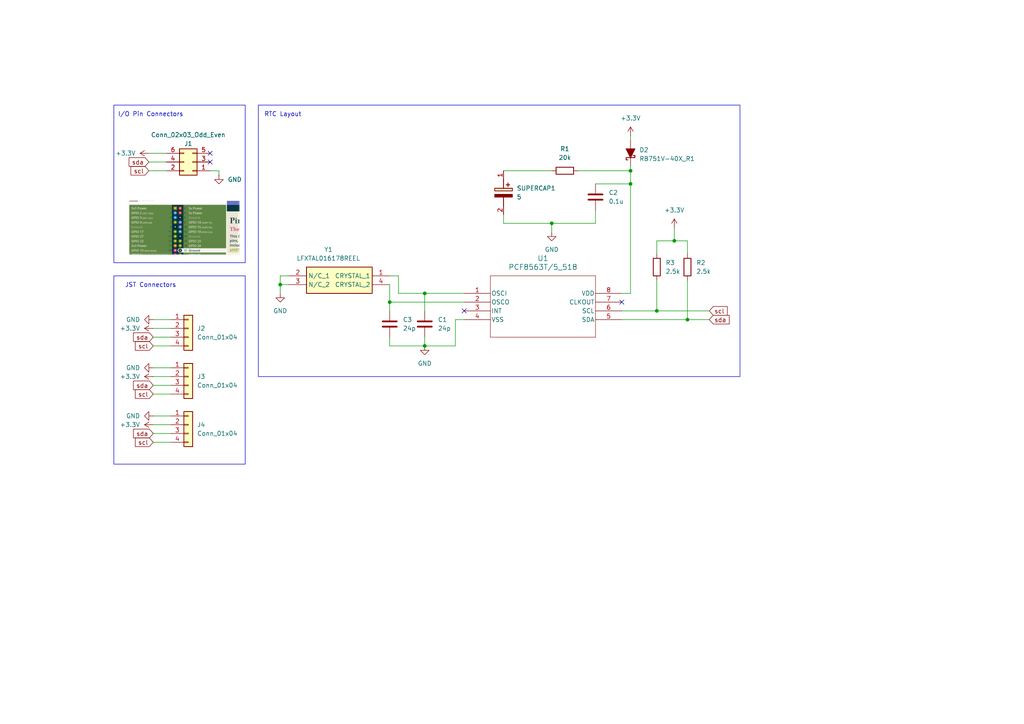
<source format=kicad_sch>
(kicad_sch (version 20250114) (generator "eeschema") (generator_version "9.0")
  (paper "A4")
  (lib_symbols
    (symbol "CE5R5505HF-ZJ:CE5R5505HF-ZJ" (pin_names (hide yes))
      (property "Reference" "C" (at 8.89 6.35 0))
      (property "Value" "CE5R5505HF-ZJ" (at 8.89 3.81 0))
      (symbol "CE5R5505HF-ZJ_1_1"
        (polyline (pts (xy 2.54 0) (xy 5.08 0)) (stroke (width 0.254)))
        (polyline (pts (xy 4.064 1.778) (xy 4.064 0.762)) (stroke (width 0.254)))
        (polyline (pts (xy 4.572 1.27) (xy 3.556 1.27)) (stroke (width 0.254)))
        (rectangle (start 5.08 2.54) (end 5.842 -2.54) (stroke (width 0.254)) (fill (type background)))
        (polyline (pts (xy 7.62 2.54) (xy 7.62 -2.54) (xy 6.858 -2.54) (xy 6.858 2.54) (xy 7.62 2.54)) (stroke (width 0.254)) (fill (type outline)))
        (polyline (pts (xy 7.62 0) (xy 10.16 0)) (stroke (width 0.254)))
        (pin passive line (at 0 0 0) (length 2.54) (name "+") (number "1"))
        (pin passive line (at 12.7 0 180) (length 2.54) (name "-") (number "2"))
      )
    )
    (symbol "Connector_Generic:Conn_01x04" (pin_names (offset 1.016) (hide yes))
      (property "Reference" "J" (at 0 5.08 0))
      (property "Value" "Conn_01x04" (at 0 -7.62 0))
      (symbol "Conn_01x04_1_1"
        (rectangle (start -1.27 3.81) (end 1.27 -6.35) (stroke (width 0.254)) (fill (type background)))
        (rectangle (start -1.27 2.667) (end 0 2.413) (stroke (width 0.1524)))
        (rectangle (start -1.27 0.127) (end 0 -0.127) (stroke (width 0.1524)))
        (rectangle (start -1.27 -2.413) (end 0 -2.667) (stroke (width 0.1524)))
        (rectangle (start -1.27 -4.953) (end 0 -5.207) (stroke (width 0.1524)))
        (pin passive line (at -5.08 2.54 0) (length 3.81) (name "Pin_1") (number "1"))
        (pin passive line (at -5.08 0 0) (length 3.81) (name "Pin_2") (number "2"))
        (pin passive line (at -5.08 -2.54 0) (length 3.81) (name "Pin_3") (number "3"))
        (pin passive line (at -5.08 -5.08 0) (length 3.81) (name "Pin_4") (number "4"))
      )
    )
    (symbol "Connector_Generic:Conn_02x03_Odd_Even" (pin_names (offset 1.016) (hide yes))
      (property "Reference" "J" (at 1.27 5.08 0))
      (property "Value" "Conn_02x03_Odd_Even" (at 1.27 -5.08 0))
      (symbol "Conn_02x03_Odd_Even_1_1"
        (rectangle (start -1.27 3.81) (end 3.81 -3.81) (stroke (width 0.254)) (fill (type background)))
        (rectangle (start -1.27 2.667) (end 0 2.413) (stroke (width 0.1524)))
        (rectangle (start -1.27 0.127) (end 0 -0.127) (stroke (width 0.1524)))
        (rectangle (start -1.27 -2.413) (end 0 -2.667) (stroke (width 0.1524)))
        (rectangle (start 3.81 2.667) (end 2.54 2.413) (stroke (width 0.1524)))
        (rectangle (start 3.81 0.127) (end 2.54 -0.127) (stroke (width 0.1524)))
        (rectangle (start 3.81 -2.413) (end 2.54 -2.667) (stroke (width 0.1524)))
        (pin passive line (at -5.08 2.54 0) (length 3.81) (name "Pin_1") (number "1"))
        (pin passive line (at -5.08 0 0) (length 3.81) (name "Pin_3") (number "3"))
        (pin passive line (at -5.08 -2.54 0) (length 3.81) (name "Pin_5") (number "5"))
        (pin passive line (at 7.62 2.54 180) (length 3.81) (name "Pin_2") (number "2"))
        (pin passive line (at 7.62 0 180) (length 3.81) (name "Pin_4") (number "4"))
        (pin passive line (at 7.62 -2.54 180) (length 3.81) (name "Pin_6") (number "6"))
      )
    )
    (symbol "Device:C" (pin_numbers (hide yes)) (pin_names (offset 0.254))
      (property "Reference" "C" (at 0.635 2.54 0))
      (property "Value" "C" (at 0.635 -2.54 0))
      (symbol "C_0_1"
        (polyline (pts (xy -2.032 0.762) (xy 2.032 0.762)) (stroke (width 0.508)))
        (polyline (pts (xy -2.032 -0.762) (xy 2.032 -0.762)) (stroke (width 0.508)))
      )
      (symbol "C_1_1"
        (pin passive line (at 0 3.81 270) (length 2.794) (name "~") (number "1"))
        (pin passive line (at 0 -3.81 90) (length 2.794) (name "~") (number "2"))
      )
    )
    (symbol "Device:R" (pin_numbers (hide yes)) (pin_names (offset 0))
      (property "Reference" "R" (at 2.032 0 90))
      (property "Value" "R" (at 0 0 90))
      (symbol "R_0_1"
        (rectangle (start -1.016 -2.54) (end 1.016 2.54) (stroke (width 0.254)))
      )
      (symbol "R_1_1"
        (pin passive line (at 0 3.81 270) (length 1.27) (name "~") (number "1"))
        (pin passive line (at 0 -3.81 90) (length 1.27) (name "~") (number "2"))
      )
    )
    (symbol "LFXTAL016178REEL:LFXTAL016178REEL"
      (property "Reference" "Y1" (at 17.78 -10.16 0))
      (property "Value" "LFXTAL016178REEL" (at 17.78 -7.62 0))
      (symbol "LFXTAL016178REEL_1_1"
        (rectangle (start 5.08 2.54) (end 24.13 -5.08) (stroke (width 0.254)) (fill (type background)))
        (pin passive line (at 0 0 0) (length 5.08) (name "CRYSTAL_2") (number "4"))
        (pin passive line (at 0 -2.54 0) (length 5.08) (name "CRYSTAL_1") (number "1"))
        (pin passive line (at 29.21 0 180) (length 5.08) (name "N/C_2") (number "3"))
        (pin passive line (at 29.21 -2.54 180) (length 5.08) (name "N/C_1") (number "2"))
      )
    )
    (symbol "PCF8563T_5_518:PCF8563T_5_518" (pin_names (offset 0.254))
      (property "Reference" "U" (at 22.86 10.16 0))
      (property "Value" "PCF8563T/5_518" (at 22.86 7.62 0))
      (symbol "PCF8563T_5_518_0_1"
        (polyline (pts (xy 7.62 5.08) (xy 7.62 -12.7)) (stroke (width 0.127)))
        (polyline (pts (xy 7.62 -12.7) (xy 38.1 -12.7)) (stroke (width 0.127)))
        (polyline (pts (xy 38.1 5.08) (xy 7.62 5.08)) (stroke (width 0.127)))
        (polyline (pts (xy 38.1 -12.7) (xy 38.1 5.08)) (stroke (width 0.127)))
        (pin input line (at 0 0 0) (length 7.62) (name "OSCI") (number "1"))
        (pin output line (at 0 -2.54 0) (length 7.62) (name "OSCO") (number "2"))
        (pin output line (at 0 -5.08 0) (length 7.62) (name "INT") (number "3"))
        (pin power_out line (at 0 -7.62 0) (length 7.62) (name "VSS") (number "4"))
        (pin power_in line (at 45.72 0 180) (length 7.62) (name "VDD") (number "8"))
        (pin output line (at 45.72 -2.54 180) (length 7.62) (name "CLKOUT") (number "7"))
        (pin input line (at 45.72 -5.08 180) (length 7.62) (name "SCL") (number "6"))
        (pin bidirectional line (at 45.72 -7.62 180) (length 7.62) (name "SDA") (number "5"))
      )
    )
    (symbol "PCM_Diode_Schottky_AKL:D_Schottky_Generic" (pin_numbers (hide yes)) (pin_names (offset 1.016) (hide yes))
      (property "Reference" "D" (at 0 7.62 0))
      (property "Value" "D_Schottky_Generic" (at 0 5.08 0))
      (symbol "D_Schottky_Generic_0_1"
        (polyline (pts (xy -1.27 0) (xy 1.27 0)))
        (polyline (pts (xy -1.27 -1.27) (xy -1.27 1.27) (xy 1.27 0) (xy -1.27 -1.27)) (stroke (width 0.254)) (fill (type outline)))
        (polyline (pts (xy 1.905 -0.762) (xy 1.905 -1.27) (xy 1.27 -1.27) (xy 1.27 1.27) (xy 0.635 1.27) (xy 0.635 0.762)) (stroke (width 0.254)))
      )
      (symbol "D_Schottky_Generic_0_2"
        (polyline (pts (xy -2.54 -2.54) (xy 2.54 2.54)))
        (polyline (pts (xy -0.889 -0.889) (xy -1.778 0) (xy 0.889 0.889) (xy 0 -1.778) (xy -0.889 -0.889)) (stroke (width 0.254)) (fill (type outline)))
        (polyline (pts (xy 0 1.778) (xy 1.778 0)) (stroke (width 0.254)))
        (polyline (pts (xy 0 1.778) (xy -0.381 1.397) (xy 0 1.016)) (stroke (width 0.254)))
        (polyline (pts (xy 1.778 0) (xy 2.159 0.381) (xy 1.778 0.762)) (stroke (width 0.254)))
      )
      (symbol "D_Schottky_Generic_1_1"
        (pin passive line (at -3.81 0 0) (length 2.54) (name "A") (number "2"))
        (pin passive line (at 3.81 0 180) (length 2.54) (name "K") (number "1"))
      )
      (symbol "D_Schottky_Generic_1_2"
        (pin passive line (at -2.54 -2.54 0) (length 0) (name "A") (number "2"))
        (pin passive line (at 2.54 2.54 180) (length 0) (name "K") (number "1"))
      )
    )
    (symbol "power:+3.3V" (power) (pin_numbers (hide yes)) (pin_names (offset 0) (hide yes))
      (property "Value" "+3.3V" (at 0 3.556 0))
      (symbol "+3.3V_0_1"
        (polyline (pts (xy -0.762 1.27) (xy 0 2.54)))
        (polyline (pts (xy 0 2.54) (xy 0.762 1.27)))
        (polyline (pts (xy 0 0) (xy 0 2.54)))
      )
      (symbol "+3.3V_1_1"
        (pin power_in line (at 0 0 90) (length 0) (name "~") (number "1"))
      )
    )
    (symbol "power:GND" (power) (pin_numbers (hide yes)) (pin_names (offset 0) (hide yes))
      (property "Value" "GND" (at 0 -3.81 0))
      (symbol "GND_0_1"
        (polyline (pts (xy 0 0) (xy 0 -1.27) (xy 1.27 -1.27) (xy 0 -2.54) (xy -1.27 -1.27) (xy 0 -1.27)))
      )
      (symbol "GND_1_1"
        (pin power_in line (at 0 0 270) (length 0) (name "~") (number "1"))
      )
    )
  )
  (rectangle (start 74.93 30.48) (end 214.63 109.22))
  (rectangle (start 33.02 30.48) (end 71.12 76.2))
  (rectangle (start 33.02 80.01) (end 71.12 134.62))
  (text "I/O Pin Connectors\n" (at 43.688 33.274 0) (effects (font (size 1.27 1.27))))
  (text "RTC Layout" (at 82.042 33.274 0) (effects (font (size 1.27 1.27))))
  (text "JST Connectors" (at 43.688 82.804 0) (effects (font (size 1.27 1.27))))
  (junction (at 182.88 53.34))
  (junction (at 123.19 85.09))
  (junction (at 123.19 100.33))
  (junction (at 190.5 90.17))
  (junction (at 195.58 69.85))
  (junction (at 113.03 87.63))
  (junction (at 199.39 92.71))
  (junction (at 81.28 82.55))
  (junction (at 160.02 64.77))
  (junction (at 182.88 49.53))
  (no_connect (at 134.62 90.17))
  (no_connect (at 60.96 46.99))
  (no_connect (at 180.34 87.63))
  (no_connect (at 60.96 44.45))
  (wire (pts (xy 44.45 125.73) (xy 49.53 125.73)))
  (wire (pts (xy 44.45 114.3) (xy 49.53 114.3)))
  (wire (pts (xy 190.5 69.85) (xy 195.58 69.85)))
  (wire (pts (xy 167.64 49.53) (xy 182.88 49.53)))
  (wire (pts (xy 195.58 66.04) (xy 195.58 69.85)))
  (wire (pts (xy 123.19 100.33) (xy 132.08 100.33)))
  (wire (pts (xy 44.45 109.22) (xy 49.53 109.22)))
  (wire (pts (xy 160.02 64.77) (xy 146.05 64.77)))
  (wire (pts (xy 182.88 49.53) (xy 182.88 53.34)))
  (wire (pts (xy 160.02 64.77) (xy 160.02 67.31)))
  (wire (pts (xy 115.57 80.01) (xy 115.57 85.09)))
  (wire (pts (xy 115.57 85.09) (xy 123.19 85.09)))
  (wire (pts (xy 81.28 82.55) (xy 81.28 85.09)))
  (wire (pts (xy 113.03 87.63) (xy 134.62 87.63)))
  (wire (pts (xy 123.19 100.33) (xy 123.19 97.79)))
  (wire (pts (xy 44.45 111.76) (xy 49.53 111.76)))
  (wire (pts (xy 83.82 82.55) (xy 81.28 82.55)))
  (wire (pts (xy 199.39 73.66) (xy 199.39 69.85)))
  (wire (pts (xy 160.02 64.77) (xy 172.72 64.77)))
  (wire (pts (xy 63.5 49.53) (xy 63.5 50.8)))
  (wire (pts (xy 43.18 49.53) (xy 48.26 49.53)))
  (wire (pts (xy 172.72 53.34) (xy 182.88 53.34)))
  (wire (pts (xy 113.03 80.01) (xy 115.57 80.01)))
  (wire (pts (xy 199.39 81.28) (xy 199.39 92.71)))
  (wire (pts (xy 172.72 60.96) (xy 172.72 64.77)))
  (wire (pts (xy 43.18 44.45) (xy 48.26 44.45)))
  (wire (pts (xy 182.88 53.34) (xy 182.88 85.09)))
  (wire (pts (xy 44.45 106.68) (xy 49.53 106.68)))
  (wire (pts (xy 81.28 80.01) (xy 81.28 82.55)))
  (wire (pts (xy 44.45 128.27) (xy 49.53 128.27)))
  (wire (pts (xy 123.19 85.09) (xy 134.62 85.09)))
  (wire (pts (xy 132.08 92.71) (xy 134.62 92.71)))
  (wire (pts (xy 44.45 123.19) (xy 49.53 123.19)))
  (wire (pts (xy 180.34 92.71) (xy 199.39 92.71)))
  (wire (pts (xy 182.88 85.09) (xy 180.34 85.09)))
  (wire (pts (xy 180.34 90.17) (xy 190.5 90.17)))
  (wire (pts (xy 199.39 92.71) (xy 205.74 92.71)))
  (wire (pts (xy 190.5 81.28) (xy 190.5 90.17)))
  (wire (pts (xy 43.18 46.99) (xy 48.26 46.99)))
  (wire (pts (xy 113.03 100.33) (xy 123.19 100.33)))
  (wire (pts (xy 182.88 39.37) (xy 182.88 40.64)))
  (wire (pts (xy 83.82 80.01) (xy 81.28 80.01)))
  (wire (pts (xy 113.03 90.17) (xy 113.03 87.63)))
  (wire (pts (xy 44.45 95.25) (xy 49.53 95.25)))
  (wire (pts (xy 44.45 92.71) (xy 49.53 92.71)))
  (wire (pts (xy 190.5 90.17) (xy 205.74 90.17)))
  (wire (pts (xy 60.96 49.53) (xy 63.5 49.53)))
  (wire (pts (xy 113.03 100.33) (xy 113.03 97.79)))
  (wire (pts (xy 44.45 120.65) (xy 49.53 120.65)))
  (wire (pts (xy 146.05 64.77) (xy 146.05 62.23)))
  (wire (pts (xy 160.02 49.53) (xy 146.05 49.53)))
  (wire (pts (xy 123.19 85.09) (xy 123.19 90.17)))
  (wire (pts (xy 190.5 69.85) (xy 190.5 73.66)))
  (wire (pts (xy 44.45 100.33) (xy 49.53 100.33)))
  (wire (pts (xy 132.08 92.71) (xy 132.08 100.33)))
  (wire (pts (xy 44.45 97.79) (xy 49.53 97.79)))
  (wire (pts (xy 182.88 48.26) (xy 182.88 49.53)))
  (wire (pts (xy 195.58 69.85) (xy 199.39 69.85)))
  (wire (pts (xy 113.03 82.55) (xy 113.03 87.63)))
  (image (at 52.07 66.04) (scale 0.501406))
  (global_label "scl" (shape input) (at 43.18 49.53 180) (property "Intersheetrefs" "${INTERSHEET_REFS}" (effects (hide yes))))
  (global_label "sda" (shape input) (at 205.74 92.71 0) (property "Intersheetrefs" "${INTERSHEET_REFS}" (effects (hide yes))))
  (global_label "sda" (shape input) (at 44.45 125.73 180) (property "Intersheetrefs" "${INTERSHEET_REFS}" (effects (hide yes))))
  (global_label "sda" (shape input) (at 44.45 97.79 180) (property "Intersheetrefs" "${INTERSHEET_REFS}" (effects (hide yes))))
  (global_label "sda" (shape input) (at 44.45 111.76 180) (property "Intersheetrefs" "${INTERSHEET_REFS}" (effects (hide yes))))
  (global_label "scl" (shape input) (at 44.45 100.33 180) (property "Intersheetrefs" "${INTERSHEET_REFS}" (effects (hide yes))))
  (global_label "scl" (shape input) (at 205.74 90.17 0) (property "Intersheetrefs" "${INTERSHEET_REFS}" (effects (hide yes))))
  (global_label "scl" (shape input) (at 44.45 128.27 180) (property "Intersheetrefs" "${INTERSHEET_REFS}" (effects (hide yes))))
  (global_label "scl" (shape input) (at 44.45 114.3 180) (property "Intersheetrefs" "${INTERSHEET_REFS}" (effects (hide yes))))
  (global_label "sda" (shape input) (at 43.18 46.99 180) (property "Intersheetrefs" "${INTERSHEET_REFS}" (effects (hide yes))))
  (symbol (lib_id "PCF8563T_5_518:PCF8563T_5_518") (at 134.62 85.09 0) (unit 1)
    (property "Reference" "U1" (at 157.48 74.93 0) (effects (font (size 1.524 1.524))))
    (property "Value" "PCF8563T/5_518" (at 157.48 77.47 0) (effects (font (size 1.524 1.524))))
    (property "Footprint" "pcb_footprints:PCF8563T_5_518_U_SO8_NXP" (effects (hide yes)))
    (property "Datasheet" "PCF8563T/5_518" (effects (hide yes)))
  )
  (symbol (lib_id "power:GND") (at 123.19 100.33 0) (unit 1)
    (property "Reference" "#PWR05" (effects (hide yes)))
    (property "Value" "GND" (at 123.19 105.41 0))
    (property "Description" "Power symbol creates a global label with name \"GND\" , ground" (effects (hide yes)))
  )
  (symbol (lib_id "power:+3.3V") (at 43.18 44.45 90) (unit 1)
    (property "Reference" "#PWR01" (effects (hide yes)))
    (property "Value" "+3.3V" (at 39.37 44.4499 90) (effects (justify left)))
    (property "Description" "Power symbol creates a global label with name \"+3.3V\"" (effects (hide yes)))
  )
  (symbol (lib_id "LFXTAL016178REEL:LFXTAL016178REEL") (at 113.03 82.55 180) (unit 1)
    (property "Reference" "Y1" (at 95.25 72.39 0))
    (property "Value" "LFXTAL016178REEL" (at 95.25 74.93 0))
    (property "Footprint" "pcb_footprints:LFXTAL016178REEL" (effects (hide yes)))
    (property "Datasheet" "https://componentsearchengine.com/Datasheets/2/LFXTAL016178REEL.pdf" (effects (hide yes)))
    (property "Description" "Crystal 0.032768MHz +/-20ppm (Tol) 6pF FUND 50000Ohm 4-Pin Case 85SMX SMD T/R" (effects (hide yes)))
    (property "Height" "2.5" (effects (hide yes)))
    (property "Manufacturer_Name" "IQD" (effects (hide yes)))
    (property "Manufacturer_Part_Number" "LFXTAL016178REEL" (effects (hide yes)))
    (property "Mouser Part Number" "449-LFXTAL016178REEL" (effects (hide yes)))
    (property "Mouser Price/Stock" "https://www.mouser.co.uk/ProductDetail/IQD/LFXTAL016178Reel?qs=GJ%2F2ZGcr5uP4l6M%2FoAGmXQ%3D%3D" (effects (hide yes)))
    (property "Arrow Part Number" "LFXTAL016178REEL" (effects (hide yes)))
    (property "Arrow Price/Stock" "https://www.arrow.com/en/products/lfxtal016178reel/iqd-frequency-products" (effects (hide yes)))
  )
  (symbol (lib_id "power:GND") (at 44.45 106.68 270) (unit 1)
    (property "Reference" "#PWR011" (effects (hide yes)))
    (property "Value" "GND" (at 40.64 106.6799 90) (effects (justify right)))
    (property "Description" "Power symbol creates a global label with name \"GND\" , ground" (effects (hide yes)))
  )
  (symbol (lib_id "power:+3.3V") (at 195.58 66.04 0) (unit 1)
    (property "Reference" "#PWR08" (effects (hide yes)))
    (property "Value" "+3.3V" (at 195.58 60.96 0))
    (property "Description" "Power symbol creates a global label with name \"+3.3V\"" (effects (hide yes)))
  )
  (symbol (lib_id "power:+3.3V") (at 44.45 123.19 90) (unit 1)
    (property "Reference" "#PWR014" (effects (hide yes)))
    (property "Value" "+3.3V" (at 40.64 123.1899 90) (effects (justify left)))
    (property "Description" "Power symbol creates a global label with name \"+3.3V\"" (effects (hide yes)))
  )
  (symbol (lib_id "power:GND") (at 81.28 85.09 0) (unit 1)
    (property "Reference" "#PWR09" (effects (hide yes)))
    (property "Value" "GND" (at 81.28 90.17 0))
    (property "Description" "Power symbol creates a global label with name \"GND\" , ground" (effects (hide yes)))
  )
  (symbol (lib_id "Device:R") (at 163.83 49.53 90) (unit 1)
    (property "Reference" "R1" (at 163.83 43.18 90))
    (property "Value" "20k" (at 163.83 45.72 90))
    (property "Footprint" "Resistor_SMD:R_0402_1005Metric_Pad0.72x0.64mm_HandSolder" (effects (hide yes)))
    (property "Description" "Resistor" (effects (hide yes)))
  )
  (symbol (lib_id "power:GND") (at 63.5 50.8 0) (unit 1)
    (property "Reference" "#PWR02" (effects (hide yes)))
    (property "Value" "GND" (at 66.04 52.0699 0) (effects (justify left)))
    (property "Description" "Power symbol creates a global label with name \"GND\" , ground" (effects (hide yes)))
  )
  (symbol (lib_id "Device:C") (at 172.72 57.15 0) (unit 1)
    (property "Reference" "C2" (at 176.53 55.8799 0) (effects (justify left)))
    (property "Value" "0.1u" (at 176.53 58.4199 0) (effects (justify left)))
    (property "Footprint" "Capacitor_SMD:C_0402_1005Metric_Pad0.74x0.62mm_HandSolder" (effects (hide yes)))
    (property "Description" "Unpolarized capacitor" (effects (hide yes)))
  )
  (symbol (lib_id "power:+3.3V") (at 44.45 95.25 90) (unit 1)
    (property "Reference" "#PWR07" (effects (hide yes)))
    (property "Value" "+3.3V" (at 40.64 95.2499 90) (effects (justify left)))
    (property "Description" "Power symbol creates a global label with name \"+3.3V\"" (effects (hide yes)))
  )
  (symbol (lib_id "power:+3.3V") (at 182.88 39.37 0) (unit 1)
    (property "Reference" "#PWR03" (effects (hide yes)))
    (property "Value" "+3.3V" (at 182.88 34.29 0))
    (property "Description" "Power symbol creates a global label with name \"+3.3V\"" (effects (hide yes)))
  )
  (symbol (lib_id "Device:R") (at 190.5 77.47 180) (unit 1)
    (property "Reference" "R3" (at 193.04 76.1999 0) (effects (justify right)))
    (property "Value" "2.5k" (at 193.04 78.7399 0) (effects (justify right)))
    (property "Footprint" "Resistor_SMD:R_0402_1005Metric_Pad0.72x0.64mm_HandSolder" (effects (hide yes)))
    (property "Description" "Resistor" (effects (hide yes)))
  )
  (symbol (lib_id "power:GND") (at 44.45 120.65 270) (unit 1)
    (property "Reference" "#PWR013" (effects (hide yes)))
    (property "Value" "GND" (at 40.64 120.6499 90) (effects (justify right)))
    (property "Description" "Power symbol creates a global label with name \"GND\" , ground" (effects (hide yes)))
  )
  (symbol (lib_id "Connector_Generic:Conn_02x03_Odd_Even") (at 55.88 46.99 180) (unit 1)
    (property "Reference" "J1" (at 54.61 41.656 0))
    (property "Value" "Conn_02x03_Odd_Even" (at 54.61 39.116 0))
    (property "Footprint" "Connector_PinSocket_2.54mm:PinSocket_2x03_P2.54mm_Vertical" (effects (hide yes)))
    (property "Description" "Generic connector, double row, 02x03, odd/even pin numbering scheme (row 1 odd numbers, row 2 even numbers), script generated (kicad-library-utils/schlib/autogen/connector/)" (effects (hide yes)))
  )
  (symbol (lib_id "PCM_Diode_Schottky_AKL:D_Schottky_Generic") (at 182.88 44.45 270) (unit 1)
    (property "Reference" "D2" (at 185.42 43.4974 90) (effects (justify left)))
    (property "Value" "RB751V-40X_R1" (at 185.42 46.0374 90) (effects (justify left)))
    (property "Footprint" "pcb_footprints:SODFL2512X90N" (effects (hide yes)))
    (property "Description" "Schottky diode, Generic Symbol, Alternate KiCAD Library" (effects (hide yes)))
  )
  (symbol (lib_id "CE5R5505HF-ZJ:CE5R5505HF-ZJ") (at 146.05 49.53 270) (unit 1)
    (property "Reference" "SUPERCAP1" (at 149.86 54.6099 90) (effects (justify left)))
    (property "Value" "5" (at 149.86 57.1499 90) (effects (justify left)))
    (property "Footprint" "pcb_footprints:CE5R5505HFZJ" (effects (hide yes)))
    (property "Datasheet" "https://media.digikey.com/pdf/Data%20Sheets/Shenzhen%20Kaifengda%20Tech%20Co/CE%20Series.pdf" (effects (hide yes)))
    (property "Description" "5 F (EDLC) Supercapacitor 5.5 V Axial, Can - Horizontal 15Ohm @ 1kHz 1000 Hrs @ 70C" (effects (hide yes)))
    (property "Height" "7.5" (effects (hide yes)))
    (property "Manufacturer_Name" "CDA" (effects (hide yes)))
    (property "Manufacturer_Part_Number" "CE5R5505HF-ZJ" (effects (hide yes)))
  )
  (symbol (lib_id "Connector_Generic:Conn_01x04") (at 54.61 109.22 0) (unit 1)
    (property "Reference" "J3" (at 57.15 109.2199 0) (effects (justify left)))
    (property "Value" "Conn_01x04" (at 57.15 111.7599 0) (effects (justify left)))
    (property "Footprint" "pcb_footprints:SM04BSRSSTB" (effects (hide yes)))
    (property "Description" "Generic connector, single row, 01x04, script generated (kicad-library-utils/schlib/autogen/connector/)" (effects (hide yes)))
  )
  (symbol (lib_id "power:GND") (at 160.02 67.31 0) (mirror y) (unit 1)
    (property "Reference" "#PWR04" (effects (hide yes)))
    (property "Value" "GND" (at 160.02 72.39 0))
    (property "Description" "Power symbol creates a global label with name \"GND\" , ground" (effects (hide yes)))
  )
  (symbol (lib_id "power:GND") (at 44.45 92.71 270) (unit 1)
    (property "Reference" "#PWR010" (effects (hide yes)))
    (property "Value" "GND" (at 40.64 92.7099 90) (effects (justify right)))
    (property "Description" "Power symbol creates a global label with name \"GND\" , ground" (effects (hide yes)))
  )
  (symbol (lib_id "Device:R") (at 199.39 77.47 180) (unit 1)
    (property "Reference" "R2" (at 201.93 76.1999 0) (effects (justify right)))
    (property "Value" "2.5k" (at 201.93 78.7399 0) (effects (justify right)))
    (property "Footprint" "Resistor_SMD:R_0402_1005Metric_Pad0.72x0.64mm_HandSolder" (effects (hide yes)))
    (property "Description" "Resistor" (effects (hide yes)))
  )
  (symbol (lib_id "Connector_Generic:Conn_01x04") (at 54.61 123.19 0) (unit 1)
    (property "Reference" "J4" (at 57.15 123.1899 0) (effects (justify left)))
    (property "Value" "Conn_01x04" (at 57.15 125.7299 0) (effects (justify left)))
    (property "Footprint" "pcb_footprints:SM04BSRSSTB" (effects (hide yes)))
    (property "Description" "Generic connector, single row, 01x04, script generated (kicad-library-utils/schlib/autogen/connector/)" (effects (hide yes)))
  )
  (symbol (lib_id "Device:C") (at 113.03 93.98 0) (unit 1)
    (property "Reference" "C3" (at 116.84 92.7099 0) (effects (justify left)))
    (property "Value" "24p" (at 116.84 95.2499 0) (effects (justify left)))
    (property "Footprint" "Capacitor_SMD:C_0402_1005Metric_Pad0.74x0.62mm_HandSolder" (effects (hide yes)))
    (property "Description" "Unpolarized capacitor" (effects (hide yes)))
  )
  (symbol (lib_id "power:+3.3V") (at 44.45 109.22 90) (unit 1)
    (property "Reference" "#PWR012" (effects (hide yes)))
    (property "Value" "+3.3V" (at 40.64 109.2199 90) (effects (justify left)))
    (property "Description" "Power symbol creates a global label with name \"+3.3V\"" (effects (hide yes)))
  )
  (symbol (lib_id "Device:C") (at 123.19 93.98 0) (unit 1)
    (property "Reference" "C1" (at 127 92.7099 0) (effects (justify left)))
    (property "Value" "24p" (at 127 95.2499 0) (effects (justify left)))
    (property "Footprint" "Capacitor_SMD:C_0402_1005Metric_Pad0.74x0.62mm_HandSolder" (effects (hide yes)))
    (property "Description" "Unpolarized capacitor" (effects (hide yes)))
  )
  (symbol (lib_id "Connector_Generic:Conn_01x04") (at 54.61 95.25 0) (unit 1)
    (property "Reference" "J2" (at 57.15 95.2499 0) (effects (justify left)))
    (property "Value" "Conn_01x04" (at 57.15 97.7899 0) (effects (justify left)))
    (property "Footprint" "pcb_footprints:SM04BSRSSTB" (effects (hide yes)))
    (property "Description" "Generic connector, single row, 01x04, script generated (kicad-library-utils/schlib/autogen/connector/)" (effects (hide yes)))
  )
)
</source>
